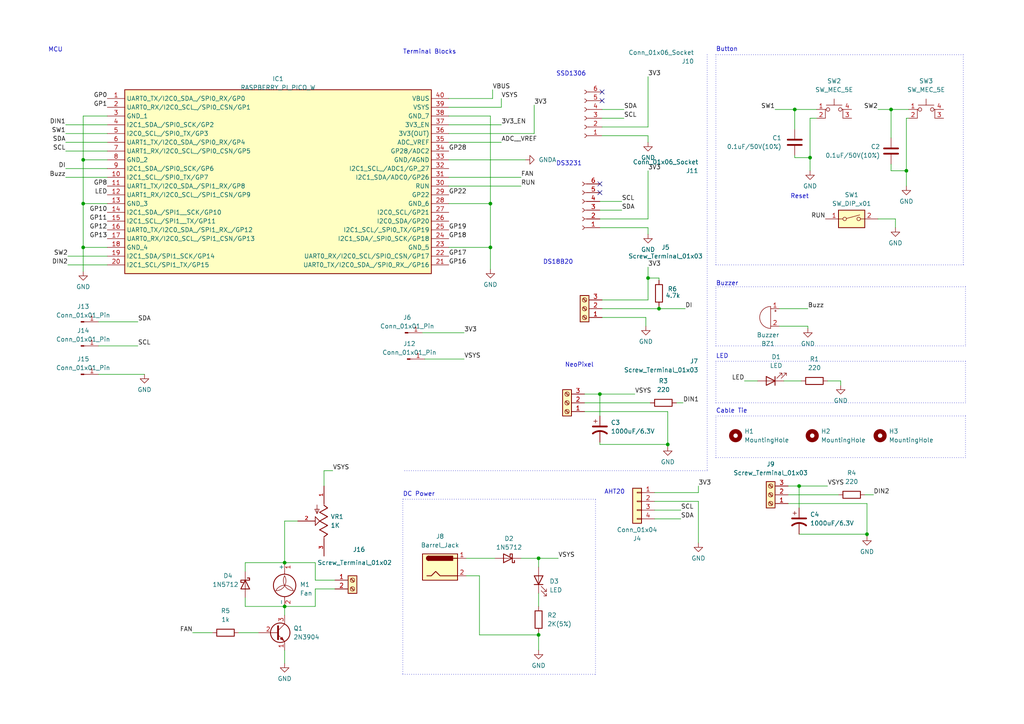
<source format=kicad_sch>
(kicad_sch (version 20230121) (generator eeschema)
  (paper "A4")
  (title_block (title "SmartFarm") (date "2024-01-04") (rev "0.2") (company "Microschool"))
  (lib_symbols
    (symbol "3362P-1-103:3362P-1-103" (pin_names (offset 1.016))
      (property "Reference" "VR" (at -10.1818 2.5465 0))
      (property "Value" "3362P-1-103" (at -10.1645 -7.6423 0))
      (symbol "3362P-1-103_0_0"
        (polyline (pts (xy -5.08 0) (xy -4.572 0)) (stroke (width 0.1524)))
        (polyline (pts (xy -4.699 -2.032) (xy -2.159 -2.032)) (stroke (width 0.1524)))
        (polyline (pts (xy -4.572 0) (xy -3.81 1.016)) (stroke (width 0.254)))
        (polyline (pts (xy -3.81 1.016) (xy -2.54 -1.27)) (stroke (width 0.254)))
        (polyline (pts (xy -3.429 -2.667) (xy -3.429 -1.397)) (stroke (width 0.1524)))
        (polyline (pts (xy -3.429 -1.397) (xy -2.159 -2.032)) (stroke (width 0.1524)))
        (polyline (pts (xy -2.54 -1.27) (xy -1.27 1.016)) (stroke (width 0.254)))
        (polyline (pts (xy -2.159 -2.032) (xy -3.429 -2.667)) (stroke (width 0.1524)))
        (polyline (pts (xy -1.27 -2.54) (xy 0 -1.27)) (stroke (width 0.2032)))
        (polyline (pts (xy -1.27 1.016) (xy 0 -1.27)) (stroke (width 0.254)))
        (polyline (pts (xy 0 -1.27) (xy 1.27 -2.54)) (stroke (width 0.2032)))
        (polyline (pts (xy 0 -1.27) (xy 1.27 1.016)) (stroke (width 0.254)))
        (polyline (pts (xy 1.27 -2.54) (xy -1.27 -2.54)) (stroke (width 0.2032)))
        (polyline (pts (xy 1.27 1.016) (xy 2.54 -1.27)) (stroke (width 0.254)))
        (polyline (pts (xy 2.54 -1.27) (xy 3.81 1.016)) (stroke (width 0.254)))
        (polyline (pts (xy 3.81 1.016) (xy 4.572 0)) (stroke (width 0.254)))
        (polyline (pts (xy 4.572 0) (xy 5.08 0)) (stroke (width 0.1524)))
        (pin passive line (at -10.16 0 0) (length 5.08) (name "~") (number "1"))
        (pin passive line (at 0 -7.62 90) (length 5.08) (name "~") (number "2"))
        (pin passive line (at 10.16 0 180) (length 5.08) (name "~") (number "3"))
      )
    )
    (symbol "Connector:Barrel_Jack" (pin_names (offset 1.016))
      (property "Reference" "J" (at 0 5.334 0))
      (property "Value" "Barrel_Jack" (at 0 -5.08 0))
      (symbol "Barrel_Jack_0_1"
        (rectangle (start -5.08 3.81) (end 5.08 -3.81) (stroke (width 0.254)) (fill (type background)))
        (arc (start -3.302 3.175) (mid -3.9343 2.54) (end -3.302 1.905) (stroke (width 0.254)))
        (arc (start -3.302 3.175) (mid -3.9343 2.54) (end -3.302 1.905) (stroke (width 0.254)) (fill (type outline)))
        (polyline (pts (xy 5.08 2.54) (xy 3.81 2.54)) (stroke (width 0.254)))
        (polyline (pts (xy -3.81 -2.54) (xy -2.54 -2.54) (xy -1.27 -1.27) (xy 0 -2.54) (xy 2.54 -2.54) (xy 5.08 -2.54)) (stroke (width 0.254)))
        (rectangle (start 3.683 3.175) (end -3.302 1.905) (stroke (width 0.254)) (fill (type outline)))
      )
      (symbol "Barrel_Jack_1_1"
        (pin passive line (at 7.62 2.54 180) (length 2.54) (name "~") (number "1"))
        (pin passive line (at 7.62 -2.54 180) (length 2.54) (name "~") (number "2"))
      )
    )
    (symbol "Connector:Conn_01x01_Pin" (pin_names (offset 1.016) hide)
      (property "Reference" "J" (at 0 2.54 0))
      (property "Value" "Conn_01x01_Pin" (at 0 -2.54 0))
      (symbol "Conn_01x01_Pin_1_1"
        (polyline (pts (xy 1.27 0) (xy 0.8636 0)) (stroke (width 0.1524)))
        (rectangle (start 0.8636 0.127) (end 0 -0.127) (stroke (width 0.1524)) (fill (type outline)))
        (pin passive line (at 5.08 0 180) (length 3.81) (name "Pin_1") (number "1"))
      )
    )
    (symbol "Connector:Conn_01x06_Socket" (pin_names (offset 1.016) hide)
      (property "Reference" "J" (at 0 7.62 0))
      (property "Value" "Conn_01x06_Socket" (at 0 -10.16 0))
      (symbol "Conn_01x06_Socket_1_1"
        (arc (start 0 -7.112) (mid -0.5058 -7.62) (end 0 -8.128) (stroke (width 0.1524)))
        (arc (start 0 -4.572) (mid -0.5058 -5.08) (end 0 -5.588) (stroke (width 0.1524)))
        (arc (start 0 -2.032) (mid -0.5058 -2.54) (end 0 -3.048) (stroke (width 0.1524)))
        (polyline (pts (xy -1.27 -7.62) (xy -0.508 -7.62)) (stroke (width 0.1524)))
        (polyline (pts (xy -1.27 -5.08) (xy -0.508 -5.08)) (stroke (width 0.1524)))
        (polyline (pts (xy -1.27 -2.54) (xy -0.508 -2.54)) (stroke (width 0.1524)))
        (polyline (pts (xy -1.27 0) (xy -0.508 0)) (stroke (width 0.1524)))
        (polyline (pts (xy -1.27 2.54) (xy -0.508 2.54)) (stroke (width 0.1524)))
        (polyline (pts (xy -1.27 5.08) (xy -0.508 5.08)) (stroke (width 0.1524)))
        (arc (start 0 0.508) (mid -0.5058 0) (end 0 -0.508) (stroke (width 0.1524)))
        (arc (start 0 3.048) (mid -0.5058 2.54) (end 0 2.032) (stroke (width 0.1524)))
        (arc (start 0 5.588) (mid -0.5058 5.08) (end 0 4.572) (stroke (width 0.1524)))
        (pin passive line (at -5.08 5.08 0) (length 3.81) (name "Pin_1") (number "1"))
        (pin passive line (at -5.08 2.54 0) (length 3.81) (name "Pin_2") (number "2"))
        (pin passive line (at -5.08 0 0) (length 3.81) (name "Pin_3") (number "3"))
        (pin passive line (at -5.08 -2.54 0) (length 3.81) (name "Pin_4") (number "4"))
        (pin passive line (at -5.08 -5.08 0) (length 3.81) (name "Pin_5") (number "5"))
        (pin passive line (at -5.08 -7.62 0) (length 3.81) (name "Pin_6") (number "6"))
      )
    )
    (symbol "Connector:Screw_Terminal_01x02" (pin_names (offset 1.016) hide)
      (property "Reference" "J" (at 0 2.54 0))
      (property "Value" "Screw_Terminal_01x02" (at 0 -5.08 0))
      (symbol "Screw_Terminal_01x02_1_1"
        (rectangle (start -1.27 1.27) (end 1.27 -3.81) (stroke (width 0.254)) (fill (type background)))
        (circle (center 0 -2.54) (radius 0.635) (stroke (width 0.1524)))
        (polyline (pts (xy -0.5334 -2.2098) (xy 0.3302 -3.048)) (stroke (width 0.1524)))
        (polyline (pts (xy -0.5334 0.3302) (xy 0.3302 -0.508)) (stroke (width 0.1524)))
        (polyline (pts (xy -0.3556 -2.032) (xy 0.508 -2.8702)) (stroke (width 0.1524)))
        (polyline (pts (xy -0.3556 0.508) (xy 0.508 -0.3302)) (stroke (width 0.1524)))
        (circle (center 0 0) (radius 0.635) (stroke (width 0.1524)))
        (pin passive line (at -5.08 0 0) (length 3.81) (name "Pin_1") (number "1"))
        (pin passive line (at -5.08 -2.54 0) (length 3.81) (name "Pin_2") (number "2"))
      )
    )
    (symbol "Connector:Screw_Terminal_01x03" (pin_names (offset 1.016) hide)
      (property "Reference" "J" (at 0 5.08 0))
      (property "Value" "Screw_Terminal_01x03" (at 0 -5.08 0))
      (symbol "Screw_Terminal_01x03_1_1"
        (rectangle (start -1.27 3.81) (end 1.27 -3.81) (stroke (width 0.254)) (fill (type background)))
        (circle (center 0 -2.54) (radius 0.635) (stroke (width 0.1524)))
        (polyline (pts (xy -0.5334 -2.2098) (xy 0.3302 -3.048)) (stroke (width 0.1524)))
        (polyline (pts (xy -0.5334 0.3302) (xy 0.3302 -0.508)) (stroke (width 0.1524)))
        (polyline (pts (xy -0.5334 2.8702) (xy 0.3302 2.032)) (stroke (width 0.1524)))
        (polyline (pts (xy -0.3556 -2.032) (xy 0.508 -2.8702)) (stroke (width 0.1524)))
        (polyline (pts (xy -0.3556 0.508) (xy 0.508 -0.3302)) (stroke (width 0.1524)))
        (polyline (pts (xy -0.3556 3.048) (xy 0.508 2.2098)) (stroke (width 0.1524)))
        (circle (center 0 0) (radius 0.635) (stroke (width 0.1524)))
        (circle (center 0 2.54) (radius 0.635) (stroke (width 0.1524)))
        (pin passive line (at -5.08 2.54 0) (length 3.81) (name "Pin_1") (number "1"))
        (pin passive line (at -5.08 0 0) (length 3.81) (name "Pin_2") (number "2"))
        (pin passive line (at -5.08 -2.54 0) (length 3.81) (name "Pin_3") (number "3"))
      )
    )
    (symbol "Connector_Generic:Conn_01x04" (pin_names (offset 1.016) hide)
      (property "Reference" "J" (at 0 5.08 0))
      (property "Value" "Conn_01x04" (at 0 -7.62 0))
      (symbol "Conn_01x04_1_1"
        (rectangle (start -1.27 -4.953) (end 0 -5.207) (stroke (width 0.1524)))
        (rectangle (start -1.27 -2.413) (end 0 -2.667) (stroke (width 0.1524)))
        (rectangle (start -1.27 0.127) (end 0 -0.127) (stroke (width 0.1524)))
        (rectangle (start -1.27 2.667) (end 0 2.413) (stroke (width 0.1524)))
        (rectangle (start -1.27 3.81) (end 1.27 -6.35) (stroke (width 0.254)) (fill (type background)))
        (pin passive line (at -5.08 2.54 0) (length 3.81) (name "Pin_1") (number "1"))
        (pin passive line (at -5.08 0 0) (length 3.81) (name "Pin_2") (number "2"))
        (pin passive line (at -5.08 -2.54 0) (length 3.81) (name "Pin_3") (number "3"))
        (pin passive line (at -5.08 -5.08 0) (length 3.81) (name "Pin_4") (number "4"))
      )
    )
    (symbol "Device:Buzzer" (pin_names (offset 0.0254) hide)
      (property "Reference" "BZ" (at 3.81 1.27 0))
      (property "Value" "Buzzer" (at 3.81 -1.27 0))
      (symbol "Buzzer_0_1"
        (arc (start 0 -3.175) (mid 3.1612 0) (end 0 3.175))
        (polyline (pts (xy -1.651 1.905) (xy -1.143 1.905)))
        (polyline (pts (xy -1.397 2.159) (xy -1.397 1.651)))
        (polyline (pts (xy 0 3.175) (xy 0 -3.175)))
      )
      (symbol "Buzzer_1_1"
        (pin passive line (at -2.54 2.54 0) (length 2.54) (name "-") (number "1"))
        (pin passive line (at -2.54 -2.54 0) (length 2.54) (name "+") (number "2"))
      )
    )
    (symbol "Device:C" (pin_numbers hide) (pin_names (offset 0.254))
      (property "Reference" "C" (at 0.635 2.54 0))
      (property "Value" "C" (at 0.635 -2.54 0))
      (symbol "C_0_1"
        (polyline (pts (xy -2.032 -0.762) (xy 2.032 -0.762)) (stroke (width 0.508)))
        (polyline (pts (xy -2.032 0.762) (xy 2.032 0.762)) (stroke (width 0.508)))
      )
      (symbol "C_1_1"
        (pin passive line (at 0 3.81 270) (length 2.794) (name "~") (number "1"))
        (pin passive line (at 0 -3.81 90) (length 2.794) (name "~") (number "2"))
      )
    )
    (symbol "Device:C_Polarized_US" (pin_numbers hide) (pin_names (offset 0.254) hide)
      (property "Reference" "C" (at 0.635 2.54 0))
      (property "Value" "C_Polarized_US" (at 0.635 -2.54 0))
      (symbol "C_Polarized_US_0_1"
        (polyline (pts (xy -2.032 0.762) (xy 2.032 0.762)) (stroke (width 0.508)))
        (polyline (pts (xy -1.778 2.286) (xy -0.762 2.286)))
        (polyline (pts (xy -1.27 1.778) (xy -1.27 2.794)))
        (arc (start 2.032 -1.27) (mid 0 -0.5572) (end -2.032 -1.27) (stroke (width 0.508)))
      )
      (symbol "C_Polarized_US_1_1"
        (pin passive line (at 0 3.81 270) (length 2.794) (name "~") (number "1"))
        (pin passive line (at 0 -3.81 90) (length 3.302) (name "~") (number "2"))
      )
    )
    (symbol "Device:LED" (pin_numbers hide) (pin_names (offset 1.016) hide)
      (property "Reference" "D" (at 0 2.54 0))
      (property "Value" "LED" (at 0 -2.54 0))
      (symbol "LED_0_1"
        (polyline (pts (xy -1.27 -1.27) (xy -1.27 1.27)) (stroke (width 0.254)))
        (polyline (pts (xy -1.27 0) (xy 1.27 0)))
        (polyline (pts (xy 1.27 -1.27) (xy 1.27 1.27) (xy -1.27 0) (xy 1.27 -1.27)) (stroke (width 0.254)))
        (polyline (pts (xy -3.048 -0.762) (xy -4.572 -2.286) (xy -3.81 -2.286) (xy -4.572 -2.286) (xy -4.572 -1.524)))
        (polyline (pts (xy -1.778 -0.762) (xy -3.302 -2.286) (xy -2.54 -2.286) (xy -3.302 -2.286) (xy -3.302 -1.524)))
      )
      (symbol "LED_1_1"
        (pin passive line (at -3.81 0 0) (length 2.54) (name "K") (number "1"))
        (pin passive line (at 3.81 0 180) (length 2.54) (name "A") (number "2"))
      )
    )
    (symbol "Device:R" (pin_numbers hide) (pin_names (offset 0))
      (property "Reference" "R" (at 2.032 0 90))
      (property "Value" "R" (at 0 0 90))
      (symbol "R_0_1"
        (rectangle (start -1.016 -2.54) (end 1.016 2.54) (stroke (width 0.254)))
      )
      (symbol "R_1_1"
        (pin passive line (at 0 3.81 270) (length 1.27) (name "~") (number "1"))
        (pin passive line (at 0 -3.81 90) (length 1.27) (name "~") (number "2"))
      )
    )
    (symbol "Diode:1N5712" (pin_numbers hide) (pin_names (offset 1.016) hide)
      (property "Reference" "D" (at 0 2.54 0))
      (property "Value" "1N5712" (at 0 -2.54 0))
      (symbol "1N5712_0_1"
        (polyline (pts (xy 1.27 0) (xy -1.27 0)))
        (polyline (pts (xy 1.27 1.27) (xy 1.27 -1.27) (xy -1.27 0) (xy 1.27 1.27)) (stroke (width 0.254)))
        (polyline (pts (xy -1.905 0.635) (xy -1.905 1.27) (xy -1.27 1.27) (xy -1.27 -1.27) (xy -0.635 -1.27) (xy -0.635 -0.635)) (stroke (width 0.254)))
      )
      (symbol "1N5712_1_1"
        (pin passive line (at -3.81 0 0) (length 2.54) (name "K") (number "1"))
        (pin passive line (at 3.81 0 180) (length 2.54) (name "A") (number "2"))
      )
    )
    (symbol "Mechanical:MountingHole" (pin_names (offset 1.016))
      (property "Reference" "H" (at 0 5.08 0))
      (property "Value" "MountingHole" (at 0 3.175 0))
      (symbol "MountingHole_0_1"
        (circle (center 0 0) (radius 1.27) (stroke (width 1.27)))
      )
    )
    (symbol "Motor:Fan" (pin_names (offset 0))
      (property "Reference" "M" (at 2.54 5.08 0))
      (property "Value" "Fan" (at 2.54 -2.54 0))
      (symbol "Fan_0_1"
        (arc (start -2.54 -0.508) (mid 0.0028 0.9121) (end 0 3.81))
        (polyline (pts (xy 0 -5.08) (xy 0 -4.572)))
        (polyline (pts (xy 0 -2.2352) (xy 0 -2.6416)))
        (polyline (pts (xy 0 4.2672) (xy 0 4.6228)))
        (polyline (pts (xy 0 4.572) (xy 0 5.08)))
        (circle (center 0 1.016) (radius 3.2512) (stroke (width 0.254)))
        (arc (start 0 3.81) (mid 0.053 0.921) (end 2.54 -0.508))
        (arc (start 2.54 -0.508) (mid 0 1.0618) (end -2.54 -0.508))
      )
      (symbol "Fan_1_1"
        (pin passive line (at 0 7.62 270) (length 2.54) (name "+") (number "1"))
        (pin passive line (at 0 -5.08 90) (length 2.54) (name "-") (number "2"))
      )
    )
    (symbol "RASPBERRY_PI_PICO_W:RASPBERRY_PI_PICO_W"
      (property "Reference" "IC" (at 95.25 7.62 0))
      (property "Value" "RASPBERRY_PI_PICO_W" (at 95.25 5.08 0))
      (symbol "RASPBERRY_PI_PICO_W_1_1"
        (rectangle (start 5.08 2.54) (end 93.98 -50.8) (stroke (width 0.254)) (fill (type background)))
        (pin passive line (at 0 0 0) (length 5.08) (name "UART0_TX/I2C0_SDA_/SPI0_RX/GP0") (number "1"))
        (pin passive line (at 0 -22.86 0) (length 5.08) (name "I2C1_SCL_/SPI0_TX/GP7") (number "10"))
        (pin passive line (at 0 -25.4 0) (length 5.08) (name "UART1_TX/I2C0_SDA_/SPI1_RX/GP8") (number "11"))
        (pin passive line (at 0 -27.94 0) (length 5.08) (name "UART1_RX/I2C0_SCL_/SPI1_CSN/GP9") (number "12"))
        (pin passive line (at 0 -30.48 0) (length 5.08) (name "GND_3") (number "13"))
        (pin passive line (at 0 -33.02 0) (length 5.08) (name "I2C1_SDA_/SPI1__SCK/GP10") (number "14"))
        (pin passive line (at 0 -35.56 0) (length 5.08) (name "I2C1_SCL_/SPI1__TX/GP11") (number "15"))
        (pin passive line (at 0 -38.1 0) (length 5.08) (name "UART0_TX/I2C0_SDA_/SPI1_RX_/GP12") (number "16"))
        (pin passive line (at 0 -40.64 0) (length 5.08) (name "UART0_RX/I2C0_SCL_/SPI1_CSN/GP13") (number "17"))
        (pin passive line (at 0 -43.18 0) (length 5.08) (name "GND_4") (number "18"))
        (pin passive line (at 0 -45.72 0) (length 5.08) (name "I2C1_SDA/SPI1_SCK/GP14") (number "19"))
        (pin passive line (at 0 -2.54 0) (length 5.08) (name "UART0_RX/I2C0_SCL_/SPI0_CSN/GP1") (number "2"))
        (pin passive line (at 0 -48.26 0) (length 5.08) (name "I2C1_SCL/SPI1_TX/GP15") (number "20"))
        (pin passive line (at 99.06 -48.26 180) (length 5.08) (name "UART0_TX/I2C0_SDA_/SPI0_RX_/GP16") (number "21"))
        (pin passive line (at 99.06 -45.72 180) (length 5.08) (name "UART0_RX/I2C0_SCL/SPIO_CSN/GP17") (number "22"))
        (pin passive line (at 99.06 -43.18 180) (length 5.08) (name "GND_5") (number "23"))
        (pin passive line (at 99.06 -40.64 180) (length 5.08) (name "I2C1_SDA/_SPI0_SCK/GP18") (number "24"))
        (pin passive line (at 99.06 -38.1 180) (length 5.08) (name "I2C1_SCL/_SPI0_TX/GP19") (number "25"))
        (pin passive line (at 99.06 -35.56 180) (length 5.08) (name "I2C0_SDA/GP20") (number "26"))
        (pin passive line (at 99.06 -33.02 180) (length 5.08) (name "I2C0_SCL/GP21") (number "27"))
        (pin passive line (at 99.06 -30.48 180) (length 5.08) (name "GND_6") (number "28"))
        (pin passive line (at 99.06 -27.94 180) (length 5.08) (name "GP22") (number "29"))
        (pin passive line (at 0 -5.08 0) (length 5.08) (name "GND_1") (number "3"))
        (pin passive line (at 99.06 -25.4 180) (length 5.08) (name "RUN") (number "30"))
        (pin passive line (at 99.06 -22.86 180) (length 5.08) (name "I2C1_SDA/ADC0/GP26") (number "31"))
        (pin passive line (at 99.06 -20.32 180) (length 5.08) (name "I2C1_SCL_/ADC1/GP_27") (number "32"))
        (pin passive line (at 99.06 -17.78 180) (length 5.08) (name "GND/AGND") (number "33"))
        (pin passive line (at 99.06 -15.24 180) (length 5.08) (name "GP28/ADC2") (number "34"))
        (pin passive line (at 99.06 -12.7 180) (length 5.08) (name "ADC_VREF") (number "35"))
        (pin passive line (at 99.06 -10.16 180) (length 5.08) (name "3V3(OUT)") (number "36"))
        (pin passive line (at 99.06 -7.62 180) (length 5.08) (name "3V3_EN") (number "37"))
        (pin passive line (at 99.06 -5.08 180) (length 5.08) (name "GND_7") (number "38"))
        (pin passive line (at 99.06 -2.54 180) (length 5.08) (name "VSYS") (number "39"))
        (pin passive line (at 0 -7.62 0) (length 5.08) (name "I2C1_SDA_/SPI0_SCK/GP2") (number "4"))
        (pin passive line (at 99.06 0 180) (length 5.08) (name "VBUS") (number "40"))
        (pin passive line (at 0 -10.16 0) (length 5.08) (name "I2C0_SCL_/SPI0_TX/GP3") (number "5"))
        (pin passive line (at 0 -12.7 0) (length 5.08) (name "UART1_TX/I2C0_SDA_/SPI0_RX/GP4") (number "6"))
        (pin passive line (at 0 -15.24 0) (length 5.08) (name "UART1_RX/I2C0_SCL_/SPI0_CSN/GP5") (number "7"))
        (pin passive line (at 0 -17.78 0) (length 5.08) (name "GND_2") (number "8"))
        (pin passive line (at 0 -20.32 0) (length 5.08) (name "I2C1_SDA_/SPI0_SCK/GP6") (number "9"))
      )
    )
    (symbol "Switch:SW_DIP_x01" (pin_names (offset 0) hide)
      (property "Reference" "SW" (at 0 3.81 0))
      (property "Value" "SW_DIP_x01" (at 0 -3.81 0))
      (symbol "SW_DIP_x01_0_0"
        (circle (center -2.032 0) (radius 0.508))
        (polyline (pts (xy -1.524 0.127) (xy 2.3622 1.1684)))
        (circle (center 2.032 0) (radius 0.508))
      )
      (symbol "SW_DIP_x01_0_1"
        (rectangle (start -3.81 2.54) (end 3.81 -2.54) (stroke (width 0.254)) (fill (type background)))
      )
      (symbol "SW_DIP_x01_1_1"
        (pin passive line (at -7.62 0 0) (length 5.08) (name "~") (number "1"))
        (pin passive line (at 7.62 0 180) (length 5.08) (name "~") (number "2"))
      )
    )
    (symbol "Switch:SW_MEC_5E" (pin_names (offset 1.016) hide)
      (property "Reference" "SW" (at 0.635 5.715 0))
      (property "Value" "SW_MEC_5E" (at 0 -3.175 0))
      (symbol "SW_MEC_5E_0_1"
        (circle (center -1.778 2.54) (radius 0.508))
        (polyline (pts (xy -2.286 3.81) (xy 2.286 3.81)))
        (polyline (pts (xy 0 3.81) (xy 0 5.588)))
        (polyline (pts (xy -2.54 0) (xy -2.54 2.54) (xy -2.286 2.54)))
        (polyline (pts (xy 2.54 0) (xy 2.54 2.54) (xy 2.286 2.54)))
        (circle (center 1.778 2.54) (radius 0.508))
        (pin passive line (at -5.08 2.54 0) (length 2.54) (name "1") (number "1"))
        (pin passive line (at -5.08 0 0) (length 2.54) (name "2") (number "2"))
        (pin passive line (at 5.08 0 180) (length 2.54) (name "K") (number "3"))
        (pin passive line (at 5.08 2.54 180) (length 2.54) (name "A") (number "4"))
      )
    )
    (symbol "Transistor_BJT:2N3904" (pin_names (offset 0) hide)
      (property "Reference" "Q" (at 5.08 1.905 0))
      (property "Value" "2N3904" (at 5.08 0 0))
      (symbol "2N3904_0_1"
        (polyline (pts (xy 0.635 0.635) (xy 2.54 2.54)))
        (polyline (pts (xy 0.635 -0.635) (xy 2.54 -2.54) (xy 2.54 -2.54)))
        (polyline (pts (xy 0.635 1.905) (xy 0.635 -1.905) (xy 0.635 -1.905)) (stroke (width 0.508)))
        (polyline (pts (xy 1.27 -1.778) (xy 1.778 -1.27) (xy 2.286 -2.286) (xy 1.27 -1.778) (xy 1.27 -1.778)) (fill (type outline)))
        (circle (center 1.27 0) (radius 2.8194) (stroke (width 0.254)))
      )
      (symbol "2N3904_1_1"
        (pin passive line (at 2.54 -5.08 90) (length 2.54) (name "E") (number "1"))
        (pin passive line (at -5.08 0 0) (length 5.715) (name "B") (number "2"))
        (pin passive line (at 2.54 5.08 270) (length 2.54) (name "C") (number "3"))
      )
    )
    (symbol "power:GND" (power) (pin_names (offset 0))
      (property "Value" "GND" (at 0 -3.81 0))
      (symbol "GND_0_1"
        (polyline (pts (xy 0 0) (xy 0 -1.27) (xy 1.27 -1.27) (xy 0 -2.54) (xy -1.27 -1.27) (xy 0 -1.27)))
      )
      (symbol "GND_1_1"
        (pin power_in line (at 0 0 270) (length 0) hide (name "GND") (number "1"))
      )
    )
    (symbol "power:GNDA" (power) (pin_names (offset 0))
      (property "Value" "GNDA" (at 0 -3.81 0))
      (symbol "GNDA_0_1"
        (polyline (pts (xy 0 0) (xy 0 -1.27) (xy 1.27 -1.27) (xy 0 -2.54) (xy -1.27 -1.27) (xy 0 -1.27)))
      )
      (symbol "GNDA_1_1"
        (pin power_in line (at 0 0 270) (length 0) hide (name "GNDA") (number "1"))
      )
    )
  )
  (junction (at 82.55 163.195))
  (junction (at 187.96 80.645))
  (junction (at 24.13 46.355))
  (junction (at 258.445 31.75))
  (junction (at 156.21 161.925))
  (junction (at 24.13 71.755))
  (junction (at 191.135 89.535))
  (junction (at 234.95 45.72))
  (junction (at 142.24 59.055))
  (junction (at 230.505 31.75))
  (junction (at 193.675 128.905))
  (junction (at 142.24 71.755))
  (junction (at 251.46 154.94))
  (junction (at 82.55 175.895))
  (junction (at 262.89 49.53))
  (junction (at 173.99 114.3))
  (junction (at 231.775 140.97))
  (junction (at 156.21 184.15))
  (junction (at 24.13 59.055))
  (no_connect (at 174.625 29.21))
  (no_connect (at 173.99 55.88))
  (no_connect (at 174.625 26.67))
  (no_connect (at 173.99 53.34))
  (wire (pts (xy 187.325 92.075) (xy 187.325 94.615)))
  (polyline (pts (xy 280.035 83.185) (xy 280.035 100.33)) (stroke (width 0) (type dot)))
  (wire (pts (xy 191.135 80.645) (xy 187.96 80.645)))
  (wire (pts (xy 226.06 89.535) (xy 234.315 89.535)))
  (polyline (pts (xy 207.645 132.715) (xy 207.645 120.65)) (stroke (width 0) (type dot)))
  (wire (pts (xy 123.19 104.14) (xy 134.62 104.14)))
  (polyline (pts (xy 280.035 120.65) (xy 280.035 132.715)) (stroke (width 0) (type dot)))
  (polyline (pts (xy 280.035 104.775) (xy 280.035 116.84)) (stroke (width 0) (type dot)))
  (wire (pts (xy 230.505 45.72) (xy 234.95 45.72)))
  (wire (pts (xy 28.575 93.345) (xy 40.005 93.345)))
  (wire (pts (xy 130.175 31.115) (xy 145.415 31.115)))
  (wire (pts (xy 91.44 170.815) (xy 91.44 175.895)))
  (wire (pts (xy 174.625 31.75) (xy 180.975 31.75)))
  (wire (pts (xy 193.675 128.905) (xy 193.675 129.54)))
  (wire (pts (xy 231.775 147.32) (xy 231.775 140.97)))
  (wire (pts (xy 135.255 167.005) (xy 139.065 167.005)))
  (wire (pts (xy 187.96 39.37) (xy 187.96 41.275)))
  (wire (pts (xy 130.175 46.355) (xy 152.4 46.355)))
  (wire (pts (xy 251.46 146.05) (xy 251.46 154.94)))
  (polyline (pts (xy 172.72 144.78) (xy 116.84 144.78)) (stroke (width 0) (type dot)))
  (wire (pts (xy 31.115 36.195) (xy 19.05 36.195)))
  (wire (pts (xy 28.575 100.33) (xy 40.005 100.33)))
  (wire (pts (xy 234.315 94.615) (xy 234.315 95.25)))
  (polyline (pts (xy 280.035 116.84) (xy 207.645 116.84)) (stroke (width 0) (type dot)))
  (wire (pts (xy 173.99 114.3) (xy 173.99 120.65)))
  (wire (pts (xy 191.135 88.9) (xy 191.135 89.535)))
  (wire (pts (xy 226.06 94.615) (xy 234.315 94.615)))
  (wire (pts (xy 31.115 48.895) (xy 19.05 48.895)))
  (wire (pts (xy 193.675 119.38) (xy 193.675 128.905)))
  (polyline (pts (xy 205.105 136.525) (xy 116.84 136.525)) (stroke (width 0) (type dot)))
  (wire (pts (xy 173.99 128.905) (xy 193.675 128.905)))
  (wire (pts (xy 187.96 66.04) (xy 187.96 67.945)))
  (polyline (pts (xy 207.645 104.775) (xy 280.035 104.775)) (stroke (width 0) (type dot)))
  (wire (pts (xy 173.99 128.27) (xy 173.99 128.905)))
  (wire (pts (xy 97.155 170.815) (xy 91.44 170.815)))
  (wire (pts (xy 130.175 71.755) (xy 142.24 71.755)))
  (wire (pts (xy 258.445 31.75) (xy 258.445 40.005)))
  (wire (pts (xy 82.55 188.595) (xy 82.55 192.405)))
  (polyline (pts (xy 208.915 83.185) (xy 280.035 83.185)) (stroke (width 0) (type dot)))
  (wire (pts (xy 31.115 41.275) (xy 19.05 41.275)))
  (wire (pts (xy 28.575 108.585) (xy 41.91 108.585)))
  (wire (pts (xy 240.03 110.49) (xy 243.84 110.49)))
  (wire (pts (xy 173.99 58.42) (xy 180.34 58.42)))
  (wire (pts (xy 82.55 175.895) (xy 82.55 178.435)))
  (wire (pts (xy 130.175 28.575) (xy 142.875 28.575)))
  (wire (pts (xy 234.95 45.72) (xy 234.95 49.53)))
  (wire (pts (xy 227.33 110.49) (xy 232.41 110.49)))
  (polyline (pts (xy 279.4 76.835) (xy 207.645 76.835)) (stroke (width 0) (type dot)))
  (wire (pts (xy 130.175 59.055) (xy 142.24 59.055)))
  (wire (pts (xy 93.98 136.525) (xy 93.98 140.97)))
  (wire (pts (xy 71.12 175.895) (xy 82.55 175.895)))
  (wire (pts (xy 231.775 140.97) (xy 240.03 140.97)))
  (wire (pts (xy 262.89 49.53) (xy 262.89 53.975)))
  (polyline (pts (xy 207.645 104.775) (xy 207.645 104.775)))
  (wire (pts (xy 262.89 34.29) (xy 262.89 49.53)))
  (wire (pts (xy 130.175 36.195) (xy 145.415 36.195)))
  (wire (pts (xy 24.13 71.755) (xy 24.13 78.74)))
  (wire (pts (xy 139.065 167.005) (xy 139.065 184.15)))
  (wire (pts (xy 191.135 89.535) (xy 198.755 89.535)))
  (wire (pts (xy 91.44 163.195) (xy 82.55 163.195)))
  (wire (pts (xy 254.635 63.5) (xy 259.715 63.5)))
  (wire (pts (xy 156.21 183.515) (xy 156.21 184.15)))
  (polyline (pts (xy 207.645 100.33) (xy 207.645 83.185)) (stroke (width 0) (type dot)))
  (wire (pts (xy 228.6 146.05) (xy 251.46 146.05)))
  (wire (pts (xy 169.545 116.84) (xy 188.595 116.84)))
  (polyline (pts (xy 116.84 144.78) (xy 116.84 195.58)) (stroke (width 0) (type dot)))
  (wire (pts (xy 230.505 31.75) (xy 236.855 31.75)))
  (wire (pts (xy 173.99 60.96) (xy 180.34 60.96)))
  (wire (pts (xy 31.115 38.735) (xy 19.05 38.735)))
  (wire (pts (xy 31.115 71.755) (xy 24.13 71.755)))
  (wire (pts (xy 189.865 150.495) (xy 197.485 150.495)))
  (wire (pts (xy 173.99 63.5) (xy 187.96 63.5)))
  (wire (pts (xy 69.215 183.515) (xy 74.93 183.515)))
  (wire (pts (xy 202.565 145.415) (xy 202.565 157.48)))
  (wire (pts (xy 191.135 81.28) (xy 191.135 80.645)))
  (wire (pts (xy 31.115 59.055) (xy 24.13 59.055)))
  (wire (pts (xy 189.865 147.955) (xy 197.485 147.955)))
  (wire (pts (xy 230.505 31.75) (xy 230.505 37.465)))
  (polyline (pts (xy 279.4 15.875) (xy 279.4 76.835)) (stroke (width 0) (type dot)))
  (wire (pts (xy 215.9 110.49) (xy 219.71 110.49)))
  (polyline (pts (xy 207.645 120.65) (xy 280.035 120.65)) (stroke (width 0) (type dot)))
  (wire (pts (xy 174.625 34.29) (xy 180.975 34.29)))
  (wire (pts (xy 86.36 151.13) (xy 82.55 151.13)))
  (wire (pts (xy 258.445 31.75) (xy 263.525 31.75)))
  (wire (pts (xy 97.155 168.275) (xy 91.44 168.275)))
  (wire (pts (xy 24.13 46.355) (xy 24.13 59.055)))
  (wire (pts (xy 31.115 74.295) (xy 19.685 74.295)))
  (wire (pts (xy 156.21 161.925) (xy 161.925 161.925)))
  (wire (pts (xy 145.415 28.575) (xy 145.415 31.115)))
  (wire (pts (xy 174.625 39.37) (xy 187.96 39.37)))
  (wire (pts (xy 139.065 184.15) (xy 156.21 184.15)))
  (wire (pts (xy 173.99 66.04) (xy 187.96 66.04)))
  (wire (pts (xy 130.175 41.275) (xy 145.415 41.275)))
  (wire (pts (xy 259.715 63.5) (xy 259.715 66.04)))
  (wire (pts (xy 130.175 33.655) (xy 142.24 33.655)))
  (wire (pts (xy 243.84 110.49) (xy 243.84 111.76)))
  (polyline (pts (xy 207.645 116.84) (xy 207.645 104.775)) (stroke (width 0) (type dot)))
  (wire (pts (xy 231.775 154.94) (xy 251.46 154.94)))
  (polyline (pts (xy 207.645 15.875) (xy 207.645 76.835)) (stroke (width 0) (type dot)))
  (wire (pts (xy 198.12 116.84) (xy 196.215 116.84)))
  (wire (pts (xy 151.13 161.925) (xy 156.21 161.925)))
  (wire (pts (xy 236.855 34.29) (xy 234.95 34.29)))
  (wire (pts (xy 228.6 143.51) (xy 243.205 143.51)))
  (wire (pts (xy 189.865 142.875) (xy 202.565 142.875)))
  (wire (pts (xy 91.44 175.895) (xy 82.55 175.895)))
  (wire (pts (xy 251.46 154.94) (xy 251.46 155.575)))
  (wire (pts (xy 142.24 59.055) (xy 142.24 71.755)))
  (wire (pts (xy 258.445 49.53) (xy 262.89 49.53)))
  (wire (pts (xy 169.545 119.38) (xy 193.675 119.38)))
  (wire (pts (xy 24.13 59.055) (xy 24.13 71.755)))
  (wire (pts (xy 31.115 76.835) (xy 19.685 76.835)))
  (wire (pts (xy 134.62 96.52) (xy 122.555 96.52)))
  (wire (pts (xy 31.115 43.815) (xy 19.05 43.815)))
  (wire (pts (xy 71.12 173.355) (xy 71.12 175.895)))
  (wire (pts (xy 228.6 140.97) (xy 231.775 140.97)))
  (wire (pts (xy 135.255 161.925) (xy 143.51 161.925)))
  (wire (pts (xy 156.21 172.085) (xy 156.21 175.895)))
  (wire (pts (xy 31.115 46.355) (xy 24.13 46.355)))
  (wire (pts (xy 174.625 92.075) (xy 187.325 92.075)))
  (wire (pts (xy 142.24 71.755) (xy 142.24 78.105)))
  (polyline (pts (xy 280.035 132.715) (xy 207.645 132.715)) (stroke (width 0) (type dot)))
  (wire (pts (xy 254.635 31.75) (xy 258.445 31.75)))
  (wire (pts (xy 156.21 184.15) (xy 156.21 188.595)))
  (wire (pts (xy 96.52 136.525) (xy 93.98 136.525)))
  (wire (pts (xy 230.505 45.085) (xy 230.505 45.72)))
  (polyline (pts (xy 207.645 83.185) (xy 208.915 83.185)) (stroke (width 0) (type dot)))
  (wire (pts (xy 130.175 51.435) (xy 151.13 51.435)))
  (wire (pts (xy 224.79 31.75) (xy 230.505 31.75)))
  (wire (pts (xy 82.55 151.13) (xy 82.55 163.195)))
  (wire (pts (xy 184.15 114.3) (xy 173.99 114.3)))
  (polyline (pts (xy 116.84 195.58) (xy 172.72 195.58)) (stroke (width 0) (type dot)))
  (wire (pts (xy 174.625 86.995) (xy 187.96 86.995)))
  (wire (pts (xy 130.175 38.735) (xy 154.94 38.735)))
  (wire (pts (xy 24.13 33.655) (xy 24.13 46.355)))
  (wire (pts (xy 250.825 143.51) (xy 253.365 143.51)))
  (wire (pts (xy 31.115 33.655) (xy 24.13 33.655)))
  (wire (pts (xy 31.115 51.435) (xy 19.05 51.435)))
  (wire (pts (xy 187.96 36.83) (xy 187.96 22.225)))
  (wire (pts (xy 142.24 33.655) (xy 142.24 59.055)))
  (polyline (pts (xy 205.105 15.875) (xy 205.105 136.525)) (stroke (width 0) (type dot)))
  (wire (pts (xy 234.95 34.29) (xy 234.95 45.72)))
  (wire (pts (xy 55.88 183.515) (xy 61.595 183.515)))
  (wire (pts (xy 189.865 145.415) (xy 202.565 145.415)))
  (wire (pts (xy 174.625 36.83) (xy 187.96 36.83)))
  (wire (pts (xy 130.175 53.975) (xy 151.13 53.975)))
  (wire (pts (xy 258.445 47.625) (xy 258.445 49.53)))
  (wire (pts (xy 202.565 140.97) (xy 202.565 142.875)))
  (wire (pts (xy 187.96 86.995) (xy 187.96 80.645)))
  (polyline (pts (xy 172.72 195.58) (xy 172.72 144.78)) (stroke (width 0) (type dot)))
  (wire (pts (xy 174.625 89.535) (xy 191.135 89.535)))
  (wire (pts (xy 142.875 26.035) (xy 142.875 28.575)))
  (wire (pts (xy 91.44 168.275) (xy 91.44 163.195)))
  (wire (pts (xy 187.96 63.5) (xy 187.96 49.53)))
  (wire (pts (xy 187.96 80.645) (xy 187.96 77.47)))
  (polyline (pts (xy 207.645 15.875) (xy 279.4 15.875)) (stroke (width 0) (type dot)))
  (wire (pts (xy 71.12 165.735) (xy 71.12 163.195)))
  (wire (pts (xy 71.12 163.195) (xy 82.55 163.195)))
  (polyline (pts (xy 280.035 100.33) (xy 207.645 100.33)) (stroke (width 0) (type dot)))
  (wire (pts (xy 173.99 114.3) (xy 169.545 114.3)))
  (wire (pts (xy 156.21 164.465) (xy 156.21 161.925)))
  (wire (pts (xy 154.94 30.48) (xy 154.94 38.735)))
  (wire (pts (xy 263.525 34.29) (xy 262.89 34.29)))
  (text "Reset\n" (at 229.235 57.785 0) (effects (font (size 1.27 1.27)) (justify left bottom)))
  (text "SSD1306" (at 161.29 22.225 0) (effects (font (size 1.27 1.27)) (justify left bottom)))
  (text "AHT20" (at 175.26 143.51 0) (effects (font (size 1.27 1.27)) (justify left bottom)))
  (text "Button\n\n" (at 207.645 17.145 0) (effects (font (size 1.27 1.27)) (justify left bottom)))
  (text "DS3231" (at 161.29 48.26 0) (effects (font (size 1.27 1.27)) (justify left bottom)))
  (text "Terminal Blocks" (at 116.84 15.875 0) (effects (font (size 1.27 1.27)) (justify left bottom)))
  (text "DC Power\n" (at 116.84 144.145 0) (effects (font (size 1.27 1.27)) (justify left bottom)))
  (text "Buzzer\n\n" (at 207.645 85.09 0) (effects (font (size 1.27 1.27)) (justify left bottom)))
  (text "LED\n" (at 207.645 104.14 0) (effects (font (size 1.27 1.27)) (justify left bottom)))
  (text "NeoPixel\n" (at 163.83 106.68 0) (effects (font (size 1.27 1.27)) (justify left bottom)))
  (text "Cable Tie" (at 207.645 120.015 0) (effects (font (size 1.27 1.27)) (justify left bottom)))
  (text "DS18B20\n" (at 157.48 76.835 0) (effects (font (size 1.27 1.27)) (justify left bottom)))
  (text "MCU" (at 13.97 15.24 0) (effects (font (size 1.27 1.27)) (justify left bottom)))
  (label "VSYS" (at 161.925 161.925 0))
  (label "GP12" (at 31.115 66.675 180))
  (label "3V3" (at 154.94 30.48 0))
  (label "GP16" (at 130.175 76.835 0))
  (label "SDA" (at 40.005 93.345 0))
  (label "GP22" (at 130.175 56.515 0))
  (label "VSYS" (at 134.62 104.14 0))
  (label "Buzz" (at 19.05 51.435 180))
  (label "SDA" (at 19.05 41.275 180))
  (label "VBUS" (at 142.875 26.035 0))
  (label "DIN2" (at 253.365 143.51 0))
  (label "ADC__VREF" (at 145.415 41.275 0))
  (label "SW1" (at 224.79 31.75 180))
  (label "VSYS" (at 96.52 136.525 0))
  (label "SCL" (at 197.485 147.955 0))
  (label "FAN" (at 55.88 183.515 180))
  (label "GP28" (at 130.175 43.815 0))
  (label "SW1" (at 19.05 38.735 180))
  (label "SDA" (at 180.34 60.96 0))
  (label "FAN" (at 151.13 51.435 0))
  (label "3V3" (at 134.62 96.52 0))
  (label "GP10" (at 31.115 61.595 180))
  (label "SW2" (at 254.635 31.75 180))
  (label "VSYS" (at 145.415 28.575 0))
  (label "GP11" (at 31.115 64.135 180))
  (label "GP13" (at 31.115 69.215 180))
  (label "SCL" (at 19.05 43.815 180))
  (label "LED" (at 215.9 110.49 180))
  (label "VSYS" (at 240.03 140.97 0))
  (label "SCL" (at 180.975 34.29 0))
  (label "LED" (at 31.115 56.515 180))
  (label "VSYS" (at 184.15 114.3 0))
  (label "Buzz" (at 234.315 89.535 0))
  (label "GP1" (at 31.115 31.115 180))
  (label "GP17" (at 130.175 74.295 0))
  (label "SCL" (at 180.34 58.42 0))
  (label "GP0" (at 31.115 28.575 180))
  (label "3V3" (at 187.96 22.225 0))
  (label "3V3" (at 202.565 140.97 0))
  (label "DIN1" (at 198.12 116.84 0))
  (label "SDA" (at 180.975 31.75 0))
  (label "GP18" (at 130.175 69.215 0))
  (label "DI" (at 19.05 48.895 180))
  (label "GP8" (at 31.115 53.975 180))
  (label "DIN2" (at 19.685 76.835 180))
  (label "3V3" (at 187.96 49.53 0))
  (label "SW2" (at 19.685 74.295 180))
  (label "RUN" (at 239.395 63.5 180))
  (label "RUN" (at 151.13 53.975 0))
  (label "SDA" (at 197.485 150.495 0))
  (label "GP19" (at 130.175 66.675 0))
  (label "DIN1" (at 19.05 36.195 180))
  (label "3V3_EN" (at 145.415 36.195 0))
  (label "3V3" (at 187.96 77.47 0))
  (label "DI" (at 198.755 89.535 0))
  (label "SCL" (at 40.005 100.33 0))
  (symbol (lib_id "power:GND") (at 234.95 49.53 0) (unit 1)
    (property "Reference" "#PWR018" (effects hide))
    (property "Value" "GND" (at 234.95 53.975 0))
  )
  (symbol (lib_id "RASPBERRY_PI_PICO_W:RASPBERRY_PI_PICO_W") (at 31.115 28.575 0) (unit 1)
    (property "Reference" "IC1" (at 80.645 22.86 0))
    (property "Value" "RASPBERRY_PI_PICO_W" (at 80.645 25.4 0))
    (property "Footprint" "RASPBERRYPIPICOW" (effects hide))
    (property "Datasheet" "https://datasheets.raspberrypi.com/picow/pico-w-datasheet.pdf" (effects hide))
    (property "Height" "1" (effects hide))
    (property "Manufacturer_Name" "RASPBERRY-PI" (effects hide))
    (property "Manufacturer_Part_Number" "RASPBERRY PI PICO W" (effects hide))
  )
  (symbol (lib_id "Device:LED") (at 223.52 110.49 180) (unit 1)
    (property "Reference" "D1" (at 225.1075 103.505 0))
    (property "Value" "LED" (at 225.1075 106.045 0))
    (property "Footprint" "LED_THT:LED_D3.0mm" (effects hide))
  )
  (symbol (lib_id "power:GND") (at 243.84 111.76 0) (unit 1)
    (property "Reference" "#PWR015" (effects hide))
    (property "Value" "GND" (at 243.84 116.205 0))
  )
  (symbol (lib_id "Device:R") (at 247.015 143.51 90) (unit 1)
    (property "Reference" "R4" (at 247.015 137.16 90))
    (property "Value" "220" (at 247.015 139.7 90))
    (property "Footprint" "Resistor_THT:R_Axial_DIN0204_L3.6mm_D1.6mm_P5.08mm_Horizontal" (effects hide))
  )
  (symbol (lib_id "Diode:1N5712") (at 71.12 169.545 270) (unit 1)
    (property "Reference" "D4" (at 64.77 167.005 90) (effects (justify left)))
    (property "Value" "1N5712" (at 61.595 169.545 90) (effects (justify left)))
    (property "Footprint" "Diode_THT:D_DO-35_SOD27_P10.16mm_Horizontal" (effects hide))
    (property "Datasheet" "https://www.microsemi.com/document-portal/doc_download/8865-lds-0040-datasheet" (effects hide))
  )
  (symbol (lib_id "power:GND") (at 142.24 78.105 0) (unit 1)
    (property "Reference" "#PWR09" (effects hide))
    (property "Value" "GND" (at 142.24 82.55 0))
  )
  (symbol (lib_id "Device:R") (at 192.405 116.84 90) (unit 1)
    (property "Reference" "R3" (at 192.405 110.49 90))
    (property "Value" "220" (at 192.405 113.03 90))
    (property "Footprint" "Resistor_THT:R_Axial_DIN0204_L3.6mm_D1.6mm_P5.08mm_Horizontal" (effects hide))
  )
  (symbol (lib_id "power:GND") (at 24.13 78.74 0) (mirror y) (unit 1)
    (property "Reference" "#PWR010" (effects hide))
    (property "Value" "GND" (at 24.13 83.185 0))
  )
  (symbol (lib_id "Connector:Conn_01x01_Pin") (at 23.495 108.585 0) (unit 1)
    (property "Reference" "J15" (at 24.13 104.14 0))
    (property "Value" "Conn_01x01_Pin" (at 24.13 106.68 0))
    (property "Footprint" "TestPoint:TestPoint_THTPad_D2.0mm_Drill1.0mm" (effects hide))
  )
  (symbol (lib_id "Device:R") (at 65.405 183.515 90) (unit 1)
    (property "Reference" "R5" (at 65.405 177.165 90))
    (property "Value" "1k" (at 65.405 179.705 90))
    (property "Footprint" "Resistor_THT:R_Axial_DIN0204_L3.6mm_D1.6mm_P5.08mm_Horizontal" (effects hide))
  )
  (symbol (lib_id "Connector:Conn_01x06_Socket") (at 169.545 34.29 180) (unit 1)
    (property "Reference" "J10" (at 201.295 17.78 0) (effects (justify left)))
    (property "Value" "Conn_01x06_Socket" (at 201.295 15.24 0) (effects (justify left)))
    (property "Footprint" "Connector_PinSocket_2.54mm:PinSocket_1x06_P2.54mm_Vertical" (effects hide))
  )
  (symbol (lib_id "power:GNDA") (at 152.4 46.355 90) (unit 1)
    (property "Reference" "#PWR011" (effects hide))
    (property "Value" "GNDA" (at 156.21 46.355 90) (effects (justify right)))
  )
  (symbol (lib_id "power:GND") (at 234.315 95.25 0) (unit 1)
    (property "Reference" "#PWR07" (effects hide))
    (property "Value" "GND" (at 234.315 99.695 0))
  )
  (symbol (lib_id "Connector:Conn_01x01_Pin") (at 23.495 93.345 0) (unit 1)
    (property "Reference" "J13" (at 24.13 88.9 0))
    (property "Value" "Conn_01x01_Pin" (at 24.13 91.44 0))
    (property "Footprint" "TestPoint:TestPoint_THTPad_D2.0mm_Drill1.0mm" (effects hide))
  )
  (symbol (lib_id "power:GND") (at 259.715 66.04 0) (unit 1)
    (property "Reference" "#PWR06" (effects hide))
    (property "Value" "GND" (at 259.715 70.485 0))
  )
  (symbol (lib_id "power:GND") (at 202.565 157.48 0) (unit 1)
    (property "Reference" "#PWR016" (effects hide))
    (property "Value" "GND" (at 202.565 161.925 0))
  )
  (symbol (lib_id "Device:R") (at 191.135 85.09 180) (unit 1)
    (property "Reference" "R6" (at 193.675 83.82 0) (effects (justify right)))
    (property "Value" "4.7k" (at 193.04 85.725 0) (effects (justify right)))
    (property "Footprint" "Resistor_THT:R_Axial_DIN0204_L3.6mm_D1.6mm_P5.08mm_Horizontal" (effects hide))
  )
  (symbol (lib_id "Transistor_BJT:2N3904") (at 80.01 183.515 0) (unit 1)
    (property "Reference" "Q1" (at 85.09 182.245 0) (effects (justify left)))
    (property "Value" "2N3904" (at 85.09 184.785 0) (effects (justify left)))
    (property "Footprint" "Package_TO_SOT_THT:TO-92_Inline" (effects hide))
    (property "Datasheet" "https://www.onsemi.com/pub/Collateral/2N3903-D.PDF" (effects hide))
  )
  (symbol (lib_id "power:GND") (at 193.675 129.54 0) (unit 1)
    (property "Reference" "#PWR05" (effects hide))
    (property "Value" "GND" (at 193.675 133.985 0))
  )
  (symbol (lib_id "Connector:Screw_Terminal_01x02") (at 102.235 168.275 0) (unit 1)
    (property "Reference" "J16" (at 104.14 159.385 0))
    (property "Value" "Screw_Terminal_01x02" (at 102.87 163.195 0))
    (property "Footprint" "TerminalBlock_4Ucon:TerminalBlock_4Ucon_1x02_P3.50mm_Horizontal" (effects hide))
  )
  (symbol (lib_id "Connector:Screw_Terminal_01x03") (at 223.52 143.51 180) (unit 1)
    (property "Reference" "J9" (at 223.52 134.62 0))
    (property "Value" "Screw_Terminal_01x03" (at 223.52 137.16 0))
    (property "Footprint" "TerminalBlock_4Ucon:TerminalBlock_4Ucon_1x03_P3.50mm_Horizontal" (effects hide))
  )
  (symbol (lib_id "Device:LED") (at 156.21 168.275 90) (unit 1)
    (property "Reference" "D3" (at 159.385 168.5925 90) (effects (justify right)))
    (property "Value" "LED" (at 159.385 171.1325 90) (effects (justify right)))
    (property "Footprint" "LED_THT:LED_D3.0mm" (effects hide))
  )
  (symbol (lib_id "Device:C") (at 230.505 41.275 0) (mirror x) (unit 1)
    (property "Reference" "C1" (at 226.695 40.005 0) (effects (justify right)))
    (property "Value" "0.1uF/50V(10%)" (at 226.695 42.545 0) (effects (justify right)))
    (property "Footprint" "Capacitor_THT:C_Disc_D3.0mm_W1.6mm_P2.50mm" (effects hide))
  )
  (symbol (lib_id "Mechanical:MountingHole") (at 255.27 126.365 0) (unit 1)
    (property "Reference" "H3" (at 257.81 125.095 0) (effects (justify left)))
    (property "Value" "MountingHole" (at 257.81 127.635 0) (effects (justify left)))
    (property "Footprint" "MountingHole:MountingHole_3.2mm_M3" (effects hide))
  )
  (symbol (lib_id "power:GND") (at 187.96 67.945 0) (unit 1)
    (property "Reference" "#PWR03" (effects hide))
    (property "Value" "GND" (at 187.96 72.39 0))
  )
  (symbol (lib_id "Device:Buzzer") (at 223.52 92.075 0) (mirror y) (unit 1)
    (property "Reference" "BZ1" (at 222.7649 99.695 0))
    (property "Value" "Buzzer" (at 222.7649 97.155 0))
    (property "Footprint" "Buzzer_Beeper:Buzzer_12x9.5RM7.6" (effects hide))
  )
  (symbol (lib_id "Motor:Fan") (at 82.55 170.815 0) (unit 1) (on_board no)
    (property "Reference" "M1" (at 86.995 169.545 0) (effects (justify left)))
    (property "Value" "Fan" (at 86.995 172.085 0) (effects (justify left)))
  )
  (symbol (lib_id "Connector:Conn_01x01_Pin") (at 118.11 104.14 0) (unit 1)
    (property "Reference" "J12" (at 118.745 99.695 0))
    (property "Value" "Conn_01x01_Pin" (at 118.745 102.235 0))
    (property "Footprint" "TestPoint:TestPoint_THTPad_D2.0mm_Drill1.0mm" (effects hide))
  )
  (symbol (lib_id "power:GND") (at 41.91 108.585 0) (unit 1)
    (property "Reference" "#PWR013" (effects hide))
    (property "Value" "GND" (at 41.91 113.03 0))
  )
  (symbol (lib_id "Device:C") (at 258.445 43.815 0) (mirror x) (unit 1)
    (property "Reference" "C2" (at 255.27 42.545 0) (effects (justify right)))
    (property "Value" "0.1uF/50V(10%)" (at 255.27 45.085 0) (effects (justify right)))
    (property "Footprint" "Capacitor_THT:C_Disc_D3.0mm_W1.6mm_P2.50mm" (effects hide))
  )
  (symbol (lib_id "Connector:Conn_01x01_Pin") (at 117.475 96.52 0) (unit 1)
    (property "Reference" "J6" (at 118.11 92.075 0))
    (property "Value" "Conn_01x01_Pin" (at 118.11 94.615 0))
    (property "Footprint" "TestPoint:TestPoint_THTPad_D2.0mm_Drill1.0mm" (effects hide))
  )
  (symbol (lib_id "3362P-1-103:3362P-1-103") (at 93.98 151.13 270) (unit 1)
    (property "Reference" "VR1" (at 95.885 149.86 90) (effects (justify left)))
    (property "Value" "1K" (at 95.885 152.4 90) (effects (justify left)))
    (property "Footprint" "3362P-1-103:TRIM_3362P-1-103" (effects hide))
    (property "MF" "Bourns" (effects hide))
    (property "Description" "\nTRIMMER - 1/4in SQ ST CERMET | Bourns 3362P-1-103\n" (effects hide))
    (property "Package" "3362P-1 Bourns Inc." (effects hide))
    (property "Price" "None" (effects hide))
    (property "STANDARD" "Manufacturer Recommendation" (effects hide))
    (property "PARTREV" "08/26/10" (effects hide))
    (property "SnapEDA_Link" "https://www.snapeda.com/parts/3362P-1-103/Bourns/view-part/?ref=snap" (effects hide))
    (property "MP" "3362P-1-103" (effects hide))
    (property "Purchase-URL" "https://www.snapeda.com/api/url_track_click_mouser/?unipart_id=1483042&manufacturer=Bourns&part_name=3362P-1-103&search_term=3362" (effects hide))
    (property "Availability" "In Stock" (effects hide))
    (property "Check_prices" "https://www.snapeda.com/parts/3362P-1-103/Bourns/view-part/?ref=eda" (effects hide))
  )
  (symbol (lib_id "power:GND") (at 82.55 192.405 0) (unit 1)
    (property "Reference" "#PWR014" (effects hide))
    (property "Value" "GND" (at 82.55 196.85 0))
  )
  (symbol (lib_id "Mechanical:MountingHole") (at 235.585 126.365 0) (unit 1)
    (property "Reference" "H2" (at 238.125 125.095 0) (effects (justify left)))
    (property "Value" "MountingHole" (at 238.125 127.635 0) (effects (justify left)))
    (property "Footprint" "MountingHole:MountingHole_3.2mm_M3" (effects hide))
  )
  (symbol (lib_id "Diode:1N5712") (at 147.32 161.925 180) (unit 1)
    (property "Reference" "D2" (at 147.6375 156.21 0))
    (property "Value" "1N5712" (at 147.6375 158.75 0))
    (property "Footprint" "Diode_THT:D_DO-35_SOD27_P10.16mm_Horizontal" (effects hide))
    (property "Datasheet" "https://www.microsemi.com/document-portal/doc_download/8865-lds-0040-datasheet" (effects hide))
  )
  (symbol (lib_id "Switch:SW_MEC_5E") (at 268.605 34.29 0) (unit 1)
    (property "Reference" "SW3" (at 268.605 23.495 0))
    (property "Value" "SW_MEC_5E" (at 268.605 26.035 0))
    (property "Footprint" "Button_Switch_THT:SW_TH_Tactile_Omron_B3F-10xx" (effects hide))
    (property "Datasheet" "http://www.apem.com/int/index.php?controller=attachment&id_attachment=1371" (effects hide))
  )
  (symbol (lib_id "Switch:SW_MEC_5E") (at 241.935 34.29 0) (unit 1)
    (property "Reference" "SW2" (at 241.935 23.495 0))
    (property "Value" "SW_MEC_5E" (at 241.935 26.035 0))
    (property "Footprint" "Button_Switch_THT:SW_TH_Tactile_Omron_B3F-10xx" (effects hide))
    (property "Datasheet" "http://www.apem.com/int/index.php?controller=attachment&id_attachment=1371" (effects hide))
  )
  (symbol (lib_id "Connector:Conn_01x06_Socket") (at 168.91 60.96 180) (unit 1)
    (property "Reference" "J11" (at 202.565 49.53 0) (effects (justify left)))
    (property "Value" "Conn_01x06_Socket" (at 202.565 46.99 0) (effects (justify left)))
    (property "Footprint" "Connector_PinSocket_2.54mm:PinSocket_1x06_P2.54mm_Vertical" (effects hide))
  )
  (symbol (lib_id "Connector_Generic:Conn_01x04") (at 184.785 145.415 0) (mirror y) (unit 1)
    (property "Reference" "J4" (at 184.785 156.21 0))
    (property "Value" "Conn_01x04" (at 184.785 153.67 0))
    (property "Footprint" "Connector_PinSocket_2.54mm:PinSocket_1x04_P2.54mm_Vertical" (effects hide))
  )
  (symbol (lib_id "power:GND") (at 156.21 188.595 0) (unit 1)
    (property "Reference" "#PWR01" (effects hide))
    (property "Value" "GND" (at 156.21 193.04 0))
  )
  (symbol (lib_id "power:GND") (at 187.325 94.615 0) (unit 1)
    (property "Reference" "#PWR02" (effects hide))
    (property "Value" "GND" (at 187.325 99.06 0))
  )
  (symbol (lib_id "Connector:Barrel_Jack") (at 127.635 164.465 0) (unit 1)
    (property "Reference" "J8" (at 127.635 155.575 0))
    (property "Value" "Barrel_Jack" (at 127.635 158.115 0))
    (property "Footprint" "Connector_BarrelJack:BarrelJack_GCT_DCJ200-10-A_Horizontal" (effects hide))
  )
  (symbol (lib_id "Device:C_Polarized_US") (at 231.775 151.13 0) (unit 1)
    (property "Reference" "C4" (at 234.95 149.225 0) (effects (justify left)))
    (property "Value" "1000uF/6.3V" (at 234.95 151.765 0) (effects (justify left)))
    (property "Footprint" "Capacitor_THT:CP_Radial_D8.0mm_P5.00mm" (effects hide))
    (property "Datasheet" "https://www.devicemart.co.kr/goods/download?id=14107&rank=1" (effects hide))
  )
  (symbol (lib_id "Switch:SW_DIP_x01") (at 247.015 63.5 0) (unit 1)
    (property "Reference" "SW1" (at 247.015 56.515 0))
    (property "Value" "SW_DIP_x01" (at 247.015 59.055 0))
    (property "Footprint" "Button_Switch_THT:SW_PUSH_1P1T_6x3.5mm_H4.3_APEM_MJTP1243" (effects hide))
  )
  (symbol (lib_id "Device:R") (at 156.21 179.705 180) (unit 1)
    (property "Reference" "R2" (at 158.75 178.435 0) (effects (justify right)))
    (property "Value" "2K(5%)" (at 158.75 180.975 0) (effects (justify right)))
    (property "Footprint" "Resistor_THT:R_Axial_DIN0204_L3.6mm_D1.6mm_P5.08mm_Horizontal" (effects hide))
  )
  (symbol (lib_id "power:GND") (at 187.96 41.275 0) (unit 1)
    (property "Reference" "#PWR04" (effects hide))
    (property "Value" "GND" (at 187.96 45.72 0))
  )
  (symbol (lib_id "power:GND") (at 262.89 53.975 0) (unit 1)
    (property "Reference" "#PWR019" (effects hide))
    (property "Value" "GND" (at 262.89 58.42 0))
  )
  (symbol (lib_id "Mechanical:MountingHole") (at 213.36 126.365 0) (unit 1)
    (property "Reference" "H1" (at 215.9 125.095 0) (effects (justify left)))
    (property "Value" "MountingHole" (at 215.9 127.635 0) (effects (justify left)))
    (property "Footprint" "MountingHole:MountingHole_3.2mm_M3" (effects hide))
  )
  (symbol (lib_id "Connector:Screw_Terminal_01x03") (at 169.545 89.535 180) (unit 1)
    (property "Reference" "J5" (at 193.04 71.755 0))
    (property "Value" "Screw_Terminal_01x03" (at 193.04 74.295 0))
    (property "Footprint" "TerminalBlock_4Ucon:TerminalBlock_4Ucon_1x03_P3.50mm_Horizontal" (effects hide))
  )
  (symbol (lib_id "Device:R") (at 236.22 110.49 90) (unit 1)
    (property "Reference" "R1" (at 236.22 104.14 90))
    (property "Value" "220" (at 236.22 106.68 90))
    (property "Footprint" "Resistor_THT:R_Axial_DIN0204_L3.6mm_D1.6mm_P5.08mm_Horizontal" (effects hide))
  )
  (symbol (lib_id "Device:C_Polarized_US") (at 173.99 124.46 0) (unit 1)
    (property "Reference" "C3" (at 177.165 122.555 0) (effects (justify left)))
    (property "Value" "1000uF/6.3V" (at 177.165 125.095 0) (effects (justify left)))
    (property "Footprint" "Capacitor_THT:CP_Radial_D8.0mm_P5.00mm" (effects hide))
    (property "Datasheet" "https://www.devicemart.co.kr/goods/download?id=14107&rank=1" (effects hide))
  )
  (symbol (lib_id "Connector:Conn_01x01_Pin") (at 23.495 100.33 0) (unit 1)
    (property "Reference" "J14" (at 24.13 95.885 0))
    (property "Value" "Conn_01x01_Pin" (at 24.13 98.425 0))
    (property "Footprint" "TestPoint:TestPoint_THTPad_D2.0mm_Drill1.0mm" (effects hide))
  )
  (symbol (lib_id "Connector:Screw_Terminal_01x03") (at 164.465 116.84 180) (unit 1)
    (property "Reference" "J7" (at 201.295 104.775 0))
    (property "Value" "Screw_Terminal_01x03" (at 191.77 107.315 0))
    (property "Footprint" "TerminalBlock_4Ucon:TerminalBlock_4Ucon_1x03_P3.50mm_Horizontal" (effects hide))
  )
  (symbol (lib_id "power:GND") (at 251.46 155.575 0) (unit 1)
    (property "Reference" "#PWR012" (effects hide))
    (property "Value" "GND" (at 251.46 160.02 0))
  )
)
</source>
